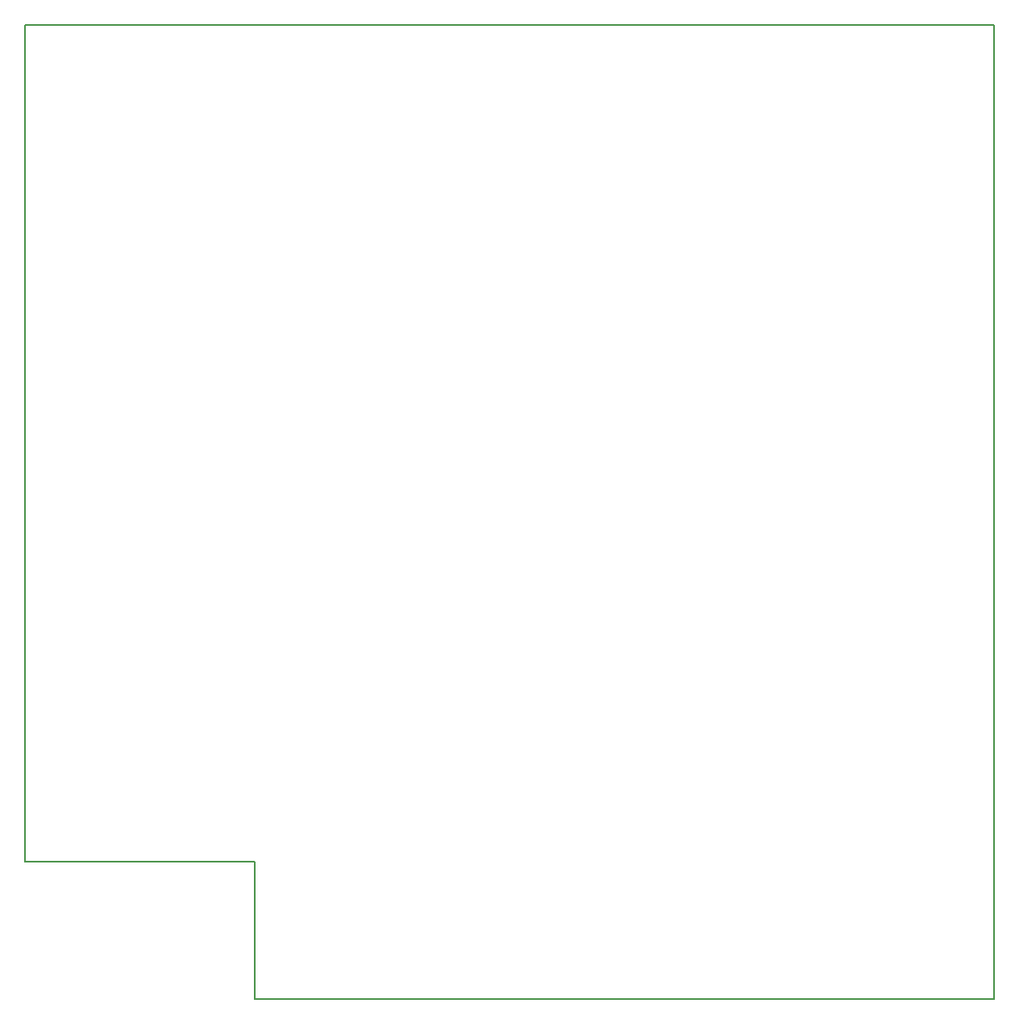
<source format=gm1>
G04 #@! TF.GenerationSoftware,KiCad,Pcbnew,(5.1.6)-1*
G04 #@! TF.CreationDate,2020-11-26T16:24:23+02:00*
G04 #@! TF.ProjectId,PlusD_Clone_1_6,506c7573-445f-4436-9c6f-6e655f315f36,rev?*
G04 #@! TF.SameCoordinates,Original*
G04 #@! TF.FileFunction,Profile,NP*
%FSLAX46Y46*%
G04 Gerber Fmt 4.6, Leading zero omitted, Abs format (unit mm)*
G04 Created by KiCad (PCBNEW (5.1.6)-1) date 2020-11-26 16:24:23*
%MOMM*%
%LPD*%
G01*
G04 APERTURE LIST*
G04 #@! TA.AperFunction,Profile*
%ADD10C,0.150000*%
G04 #@! TD*
G04 APERTURE END LIST*
D10*
X86868000Y-124460000D02*
X162052000Y-124460000D01*
X86868000Y-110490000D02*
X86868000Y-124460000D01*
X63500000Y-110490000D02*
X86868000Y-110490000D01*
X162052000Y-124460000D02*
X162052000Y-25400000D01*
X63500000Y-25400000D02*
X63500000Y-110490000D01*
X162052000Y-25400000D02*
X63500000Y-25400000D01*
M02*

</source>
